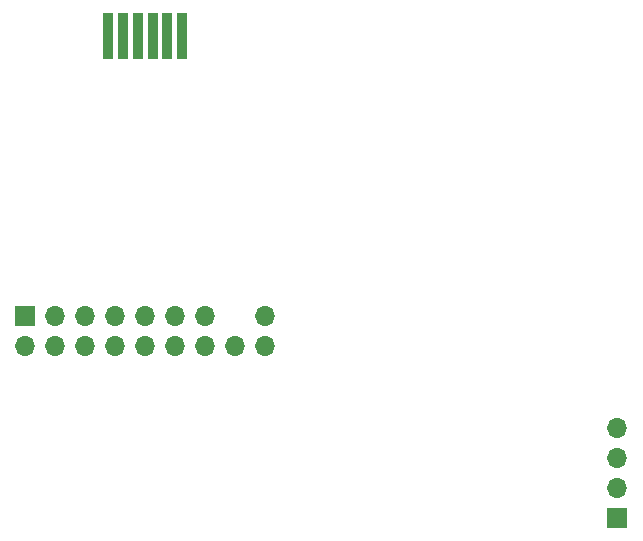
<source format=gts>
G04 #@! TF.GenerationSoftware,KiCad,Pcbnew,7.0.9*
G04 #@! TF.CreationDate,2024-09-23T21:54:56+08:00*
G04 #@! TF.ProjectId,thingy,7468696e-6779-42e6-9b69-6361645f7063,rev?*
G04 #@! TF.SameCoordinates,Original*
G04 #@! TF.FileFunction,Soldermask,Top*
G04 #@! TF.FilePolarity,Negative*
%FSLAX46Y46*%
G04 Gerber Fmt 4.6, Leading zero omitted, Abs format (unit mm)*
G04 Created by KiCad (PCBNEW 7.0.9) date 2024-09-23 21:54:56*
%MOMM*%
%LPD*%
G01*
G04 APERTURE LIST*
%ADD10R,1.700000X1.700000*%
%ADD11O,1.700000X1.700000*%
%ADD12R,0.900000X4.000000*%
G04 APERTURE END LIST*
D10*
X139975000Y-15800000D03*
D11*
X139975000Y-13260000D03*
X139975000Y-10720000D03*
X139975000Y-8180000D03*
D10*
X89850000Y1275000D03*
D11*
X89850000Y-1265000D03*
X92390000Y1275000D03*
X92390000Y-1265000D03*
X94930000Y1275000D03*
X94930000Y-1265000D03*
X97470000Y1275000D03*
X97470000Y-1265000D03*
X100010000Y1275000D03*
X100010000Y-1265000D03*
X102550000Y1275000D03*
X102550000Y-1265000D03*
X105090000Y1275000D03*
X105090000Y-1265000D03*
X107630000Y-1265000D03*
X110170000Y1275000D03*
X110170000Y-1265000D03*
D12*
X103125000Y25025000D03*
X101875000Y25025000D03*
X100625000Y25025000D03*
X99375000Y25025000D03*
X98125000Y25025000D03*
X96875000Y25025000D03*
M02*

</source>
